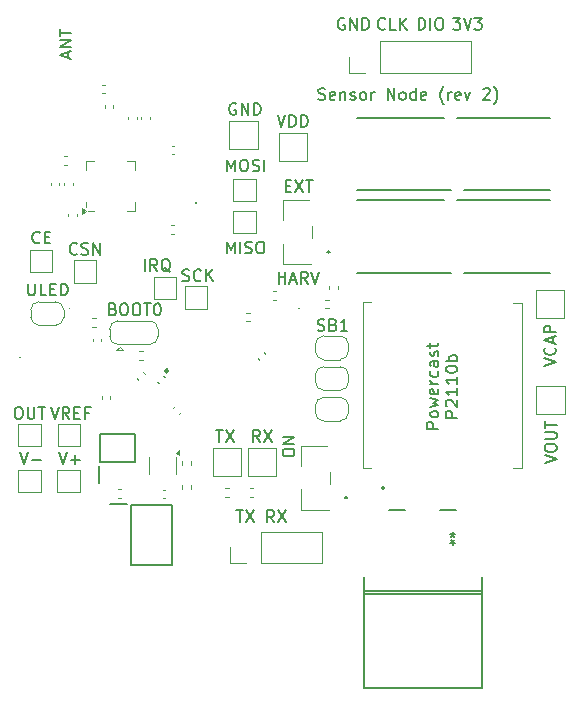
<source format=gbr>
%TF.GenerationSoftware,KiCad,Pcbnew,8.0.2*%
%TF.CreationDate,2024-07-16T14:46:28-07:00*%
%TF.ProjectId,sensor-node-rev-2,73656e73-6f72-42d6-9e6f-64652d726576,rev?*%
%TF.SameCoordinates,Original*%
%TF.FileFunction,Legend,Top*%
%TF.FilePolarity,Positive*%
%FSLAX46Y46*%
G04 Gerber Fmt 4.6, Leading zero omitted, Abs format (unit mm)*
G04 Created by KiCad (PCBNEW 8.0.2) date 2024-07-16 14:46:28*
%MOMM*%
%LPD*%
G01*
G04 APERTURE LIST*
%ADD10C,0.150000*%
%ADD11C,0.120000*%
%ADD12C,0.100000*%
%ADD13C,0.200000*%
%ADD14C,0.250000*%
%ADD15C,0.152400*%
G04 APERTURE END LIST*
D10*
X93336779Y-110169819D02*
X93336779Y-109169819D01*
X93336779Y-109169819D02*
X93670112Y-109884104D01*
X93670112Y-109884104D02*
X94003445Y-109169819D01*
X94003445Y-109169819D02*
X94003445Y-110169819D01*
X94670112Y-109169819D02*
X94860588Y-109169819D01*
X94860588Y-109169819D02*
X94955826Y-109217438D01*
X94955826Y-109217438D02*
X95051064Y-109312676D01*
X95051064Y-109312676D02*
X95098683Y-109503152D01*
X95098683Y-109503152D02*
X95098683Y-109836485D01*
X95098683Y-109836485D02*
X95051064Y-110026961D01*
X95051064Y-110026961D02*
X94955826Y-110122200D01*
X94955826Y-110122200D02*
X94860588Y-110169819D01*
X94860588Y-110169819D02*
X94670112Y-110169819D01*
X94670112Y-110169819D02*
X94574874Y-110122200D01*
X94574874Y-110122200D02*
X94479636Y-110026961D01*
X94479636Y-110026961D02*
X94432017Y-109836485D01*
X94432017Y-109836485D02*
X94432017Y-109503152D01*
X94432017Y-109503152D02*
X94479636Y-109312676D01*
X94479636Y-109312676D02*
X94574874Y-109217438D01*
X94574874Y-109217438D02*
X94670112Y-109169819D01*
X95479636Y-110122200D02*
X95622493Y-110169819D01*
X95622493Y-110169819D02*
X95860588Y-110169819D01*
X95860588Y-110169819D02*
X95955826Y-110122200D01*
X95955826Y-110122200D02*
X96003445Y-110074580D01*
X96003445Y-110074580D02*
X96051064Y-109979342D01*
X96051064Y-109979342D02*
X96051064Y-109884104D01*
X96051064Y-109884104D02*
X96003445Y-109788866D01*
X96003445Y-109788866D02*
X95955826Y-109741247D01*
X95955826Y-109741247D02*
X95860588Y-109693628D01*
X95860588Y-109693628D02*
X95670112Y-109646009D01*
X95670112Y-109646009D02*
X95574874Y-109598390D01*
X95574874Y-109598390D02*
X95527255Y-109550771D01*
X95527255Y-109550771D02*
X95479636Y-109455533D01*
X95479636Y-109455533D02*
X95479636Y-109360295D01*
X95479636Y-109360295D02*
X95527255Y-109265057D01*
X95527255Y-109265057D02*
X95574874Y-109217438D01*
X95574874Y-109217438D02*
X95670112Y-109169819D01*
X95670112Y-109169819D02*
X95908207Y-109169819D01*
X95908207Y-109169819D02*
X96051064Y-109217438D01*
X96479636Y-110169819D02*
X96479636Y-109169819D01*
X94093922Y-138869819D02*
X94665350Y-138869819D01*
X94379636Y-139869819D02*
X94379636Y-138869819D01*
X94903446Y-138869819D02*
X95570112Y-139869819D01*
X95570112Y-138869819D02*
X94903446Y-139869819D01*
X96108207Y-133069819D02*
X95774874Y-132593628D01*
X95536779Y-133069819D02*
X95536779Y-132069819D01*
X95536779Y-132069819D02*
X95917731Y-132069819D01*
X95917731Y-132069819D02*
X96012969Y-132117438D01*
X96012969Y-132117438D02*
X96060588Y-132165057D01*
X96060588Y-132165057D02*
X96108207Y-132260295D01*
X96108207Y-132260295D02*
X96108207Y-132403152D01*
X96108207Y-132403152D02*
X96060588Y-132498390D01*
X96060588Y-132498390D02*
X96012969Y-132546009D01*
X96012969Y-132546009D02*
X95917731Y-132593628D01*
X95917731Y-132593628D02*
X95536779Y-132593628D01*
X96441541Y-132069819D02*
X97108207Y-133069819D01*
X97108207Y-132069819D02*
X96441541Y-133069819D01*
X109536779Y-98169819D02*
X109536779Y-97169819D01*
X109536779Y-97169819D02*
X109774874Y-97169819D01*
X109774874Y-97169819D02*
X109917731Y-97217438D01*
X109917731Y-97217438D02*
X110012969Y-97312676D01*
X110012969Y-97312676D02*
X110060588Y-97407914D01*
X110060588Y-97407914D02*
X110108207Y-97598390D01*
X110108207Y-97598390D02*
X110108207Y-97741247D01*
X110108207Y-97741247D02*
X110060588Y-97931723D01*
X110060588Y-97931723D02*
X110012969Y-98026961D01*
X110012969Y-98026961D02*
X109917731Y-98122200D01*
X109917731Y-98122200D02*
X109774874Y-98169819D01*
X109774874Y-98169819D02*
X109536779Y-98169819D01*
X110536779Y-98169819D02*
X110536779Y-97169819D01*
X111203445Y-97169819D02*
X111393921Y-97169819D01*
X111393921Y-97169819D02*
X111489159Y-97217438D01*
X111489159Y-97217438D02*
X111584397Y-97312676D01*
X111584397Y-97312676D02*
X111632016Y-97503152D01*
X111632016Y-97503152D02*
X111632016Y-97836485D01*
X111632016Y-97836485D02*
X111584397Y-98026961D01*
X111584397Y-98026961D02*
X111489159Y-98122200D01*
X111489159Y-98122200D02*
X111393921Y-98169819D01*
X111393921Y-98169819D02*
X111203445Y-98169819D01*
X111203445Y-98169819D02*
X111108207Y-98122200D01*
X111108207Y-98122200D02*
X111012969Y-98026961D01*
X111012969Y-98026961D02*
X110965350Y-97836485D01*
X110965350Y-97836485D02*
X110965350Y-97503152D01*
X110965350Y-97503152D02*
X111012969Y-97312676D01*
X111012969Y-97312676D02*
X111108207Y-97217438D01*
X111108207Y-97217438D02*
X111203445Y-97169819D01*
X89539160Y-119422200D02*
X89682017Y-119469819D01*
X89682017Y-119469819D02*
X89920112Y-119469819D01*
X89920112Y-119469819D02*
X90015350Y-119422200D01*
X90015350Y-119422200D02*
X90062969Y-119374580D01*
X90062969Y-119374580D02*
X90110588Y-119279342D01*
X90110588Y-119279342D02*
X90110588Y-119184104D01*
X90110588Y-119184104D02*
X90062969Y-119088866D01*
X90062969Y-119088866D02*
X90015350Y-119041247D01*
X90015350Y-119041247D02*
X89920112Y-118993628D01*
X89920112Y-118993628D02*
X89729636Y-118946009D01*
X89729636Y-118946009D02*
X89634398Y-118898390D01*
X89634398Y-118898390D02*
X89586779Y-118850771D01*
X89586779Y-118850771D02*
X89539160Y-118755533D01*
X89539160Y-118755533D02*
X89539160Y-118660295D01*
X89539160Y-118660295D02*
X89586779Y-118565057D01*
X89586779Y-118565057D02*
X89634398Y-118517438D01*
X89634398Y-118517438D02*
X89729636Y-118469819D01*
X89729636Y-118469819D02*
X89967731Y-118469819D01*
X89967731Y-118469819D02*
X90110588Y-118517438D01*
X91110588Y-119374580D02*
X91062969Y-119422200D01*
X91062969Y-119422200D02*
X90920112Y-119469819D01*
X90920112Y-119469819D02*
X90824874Y-119469819D01*
X90824874Y-119469819D02*
X90682017Y-119422200D01*
X90682017Y-119422200D02*
X90586779Y-119326961D01*
X90586779Y-119326961D02*
X90539160Y-119231723D01*
X90539160Y-119231723D02*
X90491541Y-119041247D01*
X90491541Y-119041247D02*
X90491541Y-118898390D01*
X90491541Y-118898390D02*
X90539160Y-118707914D01*
X90539160Y-118707914D02*
X90586779Y-118612676D01*
X90586779Y-118612676D02*
X90682017Y-118517438D01*
X90682017Y-118517438D02*
X90824874Y-118469819D01*
X90824874Y-118469819D02*
X90920112Y-118469819D01*
X90920112Y-118469819D02*
X91062969Y-118517438D01*
X91062969Y-118517438D02*
X91110588Y-118565057D01*
X91539160Y-119469819D02*
X91539160Y-118469819D01*
X92110588Y-119469819D02*
X91682017Y-118898390D01*
X92110588Y-118469819D02*
X91539160Y-119041247D01*
X75793922Y-133969819D02*
X76127255Y-134969819D01*
X76127255Y-134969819D02*
X76460588Y-133969819D01*
X76793922Y-134588866D02*
X77555827Y-134588866D01*
X120219819Y-134856077D02*
X121219819Y-134522744D01*
X121219819Y-134522744D02*
X120219819Y-134189411D01*
X120219819Y-133665601D02*
X120219819Y-133475125D01*
X120219819Y-133475125D02*
X120267438Y-133379887D01*
X120267438Y-133379887D02*
X120362676Y-133284649D01*
X120362676Y-133284649D02*
X120553152Y-133237030D01*
X120553152Y-133237030D02*
X120886485Y-133237030D01*
X120886485Y-133237030D02*
X121076961Y-133284649D01*
X121076961Y-133284649D02*
X121172200Y-133379887D01*
X121172200Y-133379887D02*
X121219819Y-133475125D01*
X121219819Y-133475125D02*
X121219819Y-133665601D01*
X121219819Y-133665601D02*
X121172200Y-133760839D01*
X121172200Y-133760839D02*
X121076961Y-133856077D01*
X121076961Y-133856077D02*
X120886485Y-133903696D01*
X120886485Y-133903696D02*
X120553152Y-133903696D01*
X120553152Y-133903696D02*
X120362676Y-133856077D01*
X120362676Y-133856077D02*
X120267438Y-133760839D01*
X120267438Y-133760839D02*
X120219819Y-133665601D01*
X120219819Y-132808458D02*
X121029342Y-132808458D01*
X121029342Y-132808458D02*
X121124580Y-132760839D01*
X121124580Y-132760839D02*
X121172200Y-132713220D01*
X121172200Y-132713220D02*
X121219819Y-132617982D01*
X121219819Y-132617982D02*
X121219819Y-132427506D01*
X121219819Y-132427506D02*
X121172200Y-132332268D01*
X121172200Y-132332268D02*
X121124580Y-132284649D01*
X121124580Y-132284649D02*
X121029342Y-132237030D01*
X121029342Y-132237030D02*
X120219819Y-132237030D01*
X120219819Y-131903696D02*
X120219819Y-131332268D01*
X121219819Y-131617982D02*
X120219819Y-131617982D01*
X92393922Y-132069819D02*
X92965350Y-132069819D01*
X92679636Y-133069819D02*
X92679636Y-132069819D01*
X93203446Y-132069819D02*
X93870112Y-133069819D01*
X93870112Y-132069819D02*
X93203446Y-133069819D01*
X112441541Y-97169819D02*
X113060588Y-97169819D01*
X113060588Y-97169819D02*
X112727255Y-97550771D01*
X112727255Y-97550771D02*
X112870112Y-97550771D01*
X112870112Y-97550771D02*
X112965350Y-97598390D01*
X112965350Y-97598390D02*
X113012969Y-97646009D01*
X113012969Y-97646009D02*
X113060588Y-97741247D01*
X113060588Y-97741247D02*
X113060588Y-97979342D01*
X113060588Y-97979342D02*
X113012969Y-98074580D01*
X113012969Y-98074580D02*
X112965350Y-98122200D01*
X112965350Y-98122200D02*
X112870112Y-98169819D01*
X112870112Y-98169819D02*
X112584398Y-98169819D01*
X112584398Y-98169819D02*
X112489160Y-98122200D01*
X112489160Y-98122200D02*
X112441541Y-98074580D01*
X113346303Y-97169819D02*
X113679636Y-98169819D01*
X113679636Y-98169819D02*
X114012969Y-97169819D01*
X114251065Y-97169819D02*
X114870112Y-97169819D01*
X114870112Y-97169819D02*
X114536779Y-97550771D01*
X114536779Y-97550771D02*
X114679636Y-97550771D01*
X114679636Y-97550771D02*
X114774874Y-97598390D01*
X114774874Y-97598390D02*
X114822493Y-97646009D01*
X114822493Y-97646009D02*
X114870112Y-97741247D01*
X114870112Y-97741247D02*
X114870112Y-97979342D01*
X114870112Y-97979342D02*
X114822493Y-98074580D01*
X114822493Y-98074580D02*
X114774874Y-98122200D01*
X114774874Y-98122200D02*
X114679636Y-98169819D01*
X114679636Y-98169819D02*
X114393922Y-98169819D01*
X114393922Y-98169819D02*
X114298684Y-98122200D01*
X114298684Y-98122200D02*
X114251065Y-98074580D01*
X98286779Y-111396009D02*
X98620112Y-111396009D01*
X98762969Y-111919819D02*
X98286779Y-111919819D01*
X98286779Y-111919819D02*
X98286779Y-110919819D01*
X98286779Y-110919819D02*
X98762969Y-110919819D01*
X99096303Y-110919819D02*
X99762969Y-111919819D01*
X99762969Y-110919819D02*
X99096303Y-111919819D01*
X100001065Y-110919819D02*
X100572493Y-110919819D01*
X100286779Y-111919819D02*
X100286779Y-110919819D01*
X97308207Y-139869819D02*
X96974874Y-139393628D01*
X96736779Y-139869819D02*
X96736779Y-138869819D01*
X96736779Y-138869819D02*
X97117731Y-138869819D01*
X97117731Y-138869819D02*
X97212969Y-138917438D01*
X97212969Y-138917438D02*
X97260588Y-138965057D01*
X97260588Y-138965057D02*
X97308207Y-139060295D01*
X97308207Y-139060295D02*
X97308207Y-139203152D01*
X97308207Y-139203152D02*
X97260588Y-139298390D01*
X97260588Y-139298390D02*
X97212969Y-139346009D01*
X97212969Y-139346009D02*
X97117731Y-139393628D01*
X97117731Y-139393628D02*
X96736779Y-139393628D01*
X97641541Y-138869819D02*
X98308207Y-139869819D01*
X98308207Y-138869819D02*
X97641541Y-139869819D01*
X120169819Y-126656077D02*
X121169819Y-126322744D01*
X121169819Y-126322744D02*
X120169819Y-125989411D01*
X121074580Y-125084649D02*
X121122200Y-125132268D01*
X121122200Y-125132268D02*
X121169819Y-125275125D01*
X121169819Y-125275125D02*
X121169819Y-125370363D01*
X121169819Y-125370363D02*
X121122200Y-125513220D01*
X121122200Y-125513220D02*
X121026961Y-125608458D01*
X121026961Y-125608458D02*
X120931723Y-125656077D01*
X120931723Y-125656077D02*
X120741247Y-125703696D01*
X120741247Y-125703696D02*
X120598390Y-125703696D01*
X120598390Y-125703696D02*
X120407914Y-125656077D01*
X120407914Y-125656077D02*
X120312676Y-125608458D01*
X120312676Y-125608458D02*
X120217438Y-125513220D01*
X120217438Y-125513220D02*
X120169819Y-125370363D01*
X120169819Y-125370363D02*
X120169819Y-125275125D01*
X120169819Y-125275125D02*
X120217438Y-125132268D01*
X120217438Y-125132268D02*
X120265057Y-125084649D01*
X120884104Y-124703696D02*
X120884104Y-124227506D01*
X121169819Y-124798934D02*
X120169819Y-124465601D01*
X120169819Y-124465601D02*
X121169819Y-124132268D01*
X121169819Y-123798934D02*
X120169819Y-123798934D01*
X120169819Y-123798934D02*
X120169819Y-123417982D01*
X120169819Y-123417982D02*
X120217438Y-123322744D01*
X120217438Y-123322744D02*
X120265057Y-123275125D01*
X120265057Y-123275125D02*
X120360295Y-123227506D01*
X120360295Y-123227506D02*
X120503152Y-123227506D01*
X120503152Y-123227506D02*
X120598390Y-123275125D01*
X120598390Y-123275125D02*
X120646009Y-123322744D01*
X120646009Y-123322744D02*
X120693628Y-123417982D01*
X120693628Y-123417982D02*
X120693628Y-123798934D01*
X80608207Y-117124580D02*
X80560588Y-117172200D01*
X80560588Y-117172200D02*
X80417731Y-117219819D01*
X80417731Y-117219819D02*
X80322493Y-117219819D01*
X80322493Y-117219819D02*
X80179636Y-117172200D01*
X80179636Y-117172200D02*
X80084398Y-117076961D01*
X80084398Y-117076961D02*
X80036779Y-116981723D01*
X80036779Y-116981723D02*
X79989160Y-116791247D01*
X79989160Y-116791247D02*
X79989160Y-116648390D01*
X79989160Y-116648390D02*
X80036779Y-116457914D01*
X80036779Y-116457914D02*
X80084398Y-116362676D01*
X80084398Y-116362676D02*
X80179636Y-116267438D01*
X80179636Y-116267438D02*
X80322493Y-116219819D01*
X80322493Y-116219819D02*
X80417731Y-116219819D01*
X80417731Y-116219819D02*
X80560588Y-116267438D01*
X80560588Y-116267438D02*
X80608207Y-116315057D01*
X80989160Y-117172200D02*
X81132017Y-117219819D01*
X81132017Y-117219819D02*
X81370112Y-117219819D01*
X81370112Y-117219819D02*
X81465350Y-117172200D01*
X81465350Y-117172200D02*
X81512969Y-117124580D01*
X81512969Y-117124580D02*
X81560588Y-117029342D01*
X81560588Y-117029342D02*
X81560588Y-116934104D01*
X81560588Y-116934104D02*
X81512969Y-116838866D01*
X81512969Y-116838866D02*
X81465350Y-116791247D01*
X81465350Y-116791247D02*
X81370112Y-116743628D01*
X81370112Y-116743628D02*
X81179636Y-116696009D01*
X81179636Y-116696009D02*
X81084398Y-116648390D01*
X81084398Y-116648390D02*
X81036779Y-116600771D01*
X81036779Y-116600771D02*
X80989160Y-116505533D01*
X80989160Y-116505533D02*
X80989160Y-116410295D01*
X80989160Y-116410295D02*
X81036779Y-116315057D01*
X81036779Y-116315057D02*
X81084398Y-116267438D01*
X81084398Y-116267438D02*
X81179636Y-116219819D01*
X81179636Y-116219819D02*
X81417731Y-116219819D01*
X81417731Y-116219819D02*
X81560588Y-116267438D01*
X81989160Y-117219819D02*
X81989160Y-116219819D01*
X81989160Y-116219819D02*
X82560588Y-117219819D01*
X82560588Y-117219819D02*
X82560588Y-116219819D01*
X98019819Y-134072744D02*
X98019819Y-133882268D01*
X98019819Y-133882268D02*
X98067438Y-133787030D01*
X98067438Y-133787030D02*
X98162676Y-133691792D01*
X98162676Y-133691792D02*
X98353152Y-133644173D01*
X98353152Y-133644173D02*
X98686485Y-133644173D01*
X98686485Y-133644173D02*
X98876961Y-133691792D01*
X98876961Y-133691792D02*
X98972200Y-133787030D01*
X98972200Y-133787030D02*
X99019819Y-133882268D01*
X99019819Y-133882268D02*
X99019819Y-134072744D01*
X99019819Y-134072744D02*
X98972200Y-134167982D01*
X98972200Y-134167982D02*
X98876961Y-134263220D01*
X98876961Y-134263220D02*
X98686485Y-134310839D01*
X98686485Y-134310839D02*
X98353152Y-134310839D01*
X98353152Y-134310839D02*
X98162676Y-134263220D01*
X98162676Y-134263220D02*
X98067438Y-134167982D01*
X98067438Y-134167982D02*
X98019819Y-134072744D01*
X99019819Y-133215601D02*
X98019819Y-133215601D01*
X98019819Y-133215601D02*
X99019819Y-132644173D01*
X99019819Y-132644173D02*
X98019819Y-132644173D01*
X75577255Y-130119819D02*
X75767731Y-130119819D01*
X75767731Y-130119819D02*
X75862969Y-130167438D01*
X75862969Y-130167438D02*
X75958207Y-130262676D01*
X75958207Y-130262676D02*
X76005826Y-130453152D01*
X76005826Y-130453152D02*
X76005826Y-130786485D01*
X76005826Y-130786485D02*
X75958207Y-130976961D01*
X75958207Y-130976961D02*
X75862969Y-131072200D01*
X75862969Y-131072200D02*
X75767731Y-131119819D01*
X75767731Y-131119819D02*
X75577255Y-131119819D01*
X75577255Y-131119819D02*
X75482017Y-131072200D01*
X75482017Y-131072200D02*
X75386779Y-130976961D01*
X75386779Y-130976961D02*
X75339160Y-130786485D01*
X75339160Y-130786485D02*
X75339160Y-130453152D01*
X75339160Y-130453152D02*
X75386779Y-130262676D01*
X75386779Y-130262676D02*
X75482017Y-130167438D01*
X75482017Y-130167438D02*
X75577255Y-130119819D01*
X76434398Y-130119819D02*
X76434398Y-130929342D01*
X76434398Y-130929342D02*
X76482017Y-131024580D01*
X76482017Y-131024580D02*
X76529636Y-131072200D01*
X76529636Y-131072200D02*
X76624874Y-131119819D01*
X76624874Y-131119819D02*
X76815350Y-131119819D01*
X76815350Y-131119819D02*
X76910588Y-131072200D01*
X76910588Y-131072200D02*
X76958207Y-131024580D01*
X76958207Y-131024580D02*
X77005826Y-130929342D01*
X77005826Y-130929342D02*
X77005826Y-130119819D01*
X77339160Y-130119819D02*
X77910588Y-130119819D01*
X77624874Y-131119819D02*
X77624874Y-130119819D01*
X77458207Y-116174580D02*
X77410588Y-116222200D01*
X77410588Y-116222200D02*
X77267731Y-116269819D01*
X77267731Y-116269819D02*
X77172493Y-116269819D01*
X77172493Y-116269819D02*
X77029636Y-116222200D01*
X77029636Y-116222200D02*
X76934398Y-116126961D01*
X76934398Y-116126961D02*
X76886779Y-116031723D01*
X76886779Y-116031723D02*
X76839160Y-115841247D01*
X76839160Y-115841247D02*
X76839160Y-115698390D01*
X76839160Y-115698390D02*
X76886779Y-115507914D01*
X76886779Y-115507914D02*
X76934398Y-115412676D01*
X76934398Y-115412676D02*
X77029636Y-115317438D01*
X77029636Y-115317438D02*
X77172493Y-115269819D01*
X77172493Y-115269819D02*
X77267731Y-115269819D01*
X77267731Y-115269819D02*
X77410588Y-115317438D01*
X77410588Y-115317438D02*
X77458207Y-115365057D01*
X77886779Y-115746009D02*
X78220112Y-115746009D01*
X78362969Y-116269819D02*
X77886779Y-116269819D01*
X77886779Y-116269819D02*
X77886779Y-115269819D01*
X77886779Y-115269819D02*
X78362969Y-115269819D01*
X86356779Y-118589819D02*
X86356779Y-117589819D01*
X87404397Y-118589819D02*
X87071064Y-118113628D01*
X86832969Y-118589819D02*
X86832969Y-117589819D01*
X86832969Y-117589819D02*
X87213921Y-117589819D01*
X87213921Y-117589819D02*
X87309159Y-117637438D01*
X87309159Y-117637438D02*
X87356778Y-117685057D01*
X87356778Y-117685057D02*
X87404397Y-117780295D01*
X87404397Y-117780295D02*
X87404397Y-117923152D01*
X87404397Y-117923152D02*
X87356778Y-118018390D01*
X87356778Y-118018390D02*
X87309159Y-118066009D01*
X87309159Y-118066009D02*
X87213921Y-118113628D01*
X87213921Y-118113628D02*
X86832969Y-118113628D01*
X88499635Y-118685057D02*
X88404397Y-118637438D01*
X88404397Y-118637438D02*
X88309159Y-118542200D01*
X88309159Y-118542200D02*
X88166302Y-118399342D01*
X88166302Y-118399342D02*
X88071064Y-118351723D01*
X88071064Y-118351723D02*
X87975826Y-118351723D01*
X88023445Y-118589819D02*
X87928207Y-118542200D01*
X87928207Y-118542200D02*
X87832969Y-118446961D01*
X87832969Y-118446961D02*
X87785350Y-118256485D01*
X87785350Y-118256485D02*
X87785350Y-117923152D01*
X87785350Y-117923152D02*
X87832969Y-117732676D01*
X87832969Y-117732676D02*
X87928207Y-117637438D01*
X87928207Y-117637438D02*
X88023445Y-117589819D01*
X88023445Y-117589819D02*
X88213921Y-117589819D01*
X88213921Y-117589819D02*
X88309159Y-117637438D01*
X88309159Y-117637438D02*
X88404397Y-117732676D01*
X88404397Y-117732676D02*
X88452016Y-117923152D01*
X88452016Y-117923152D02*
X88452016Y-118256485D01*
X88452016Y-118256485D02*
X88404397Y-118446961D01*
X88404397Y-118446961D02*
X88309159Y-118542200D01*
X88309159Y-118542200D02*
X88213921Y-118589819D01*
X88213921Y-118589819D02*
X88023445Y-118589819D01*
X94070588Y-104447438D02*
X93975350Y-104399819D01*
X93975350Y-104399819D02*
X93832493Y-104399819D01*
X93832493Y-104399819D02*
X93689636Y-104447438D01*
X93689636Y-104447438D02*
X93594398Y-104542676D01*
X93594398Y-104542676D02*
X93546779Y-104637914D01*
X93546779Y-104637914D02*
X93499160Y-104828390D01*
X93499160Y-104828390D02*
X93499160Y-104971247D01*
X93499160Y-104971247D02*
X93546779Y-105161723D01*
X93546779Y-105161723D02*
X93594398Y-105256961D01*
X93594398Y-105256961D02*
X93689636Y-105352200D01*
X93689636Y-105352200D02*
X93832493Y-105399819D01*
X93832493Y-105399819D02*
X93927731Y-105399819D01*
X93927731Y-105399819D02*
X94070588Y-105352200D01*
X94070588Y-105352200D02*
X94118207Y-105304580D01*
X94118207Y-105304580D02*
X94118207Y-104971247D01*
X94118207Y-104971247D02*
X93927731Y-104971247D01*
X94546779Y-105399819D02*
X94546779Y-104399819D01*
X94546779Y-104399819D02*
X95118207Y-105399819D01*
X95118207Y-105399819D02*
X95118207Y-104399819D01*
X95594398Y-105399819D02*
X95594398Y-104399819D01*
X95594398Y-104399819D02*
X95832493Y-104399819D01*
X95832493Y-104399819D02*
X95975350Y-104447438D01*
X95975350Y-104447438D02*
X96070588Y-104542676D01*
X96070588Y-104542676D02*
X96118207Y-104637914D01*
X96118207Y-104637914D02*
X96165826Y-104828390D01*
X96165826Y-104828390D02*
X96165826Y-104971247D01*
X96165826Y-104971247D02*
X96118207Y-105161723D01*
X96118207Y-105161723D02*
X96070588Y-105256961D01*
X96070588Y-105256961D02*
X95975350Y-105352200D01*
X95975350Y-105352200D02*
X95832493Y-105399819D01*
X95832493Y-105399819D02*
X95594398Y-105399819D01*
X76486779Y-119669819D02*
X76486779Y-120479342D01*
X76486779Y-120479342D02*
X76534398Y-120574580D01*
X76534398Y-120574580D02*
X76582017Y-120622200D01*
X76582017Y-120622200D02*
X76677255Y-120669819D01*
X76677255Y-120669819D02*
X76867731Y-120669819D01*
X76867731Y-120669819D02*
X76962969Y-120622200D01*
X76962969Y-120622200D02*
X77010588Y-120574580D01*
X77010588Y-120574580D02*
X77058207Y-120479342D01*
X77058207Y-120479342D02*
X77058207Y-119669819D01*
X78010588Y-120669819D02*
X77534398Y-120669819D01*
X77534398Y-120669819D02*
X77534398Y-119669819D01*
X78343922Y-120146009D02*
X78677255Y-120146009D01*
X78820112Y-120669819D02*
X78343922Y-120669819D01*
X78343922Y-120669819D02*
X78343922Y-119669819D01*
X78343922Y-119669819D02*
X78820112Y-119669819D01*
X79248684Y-120669819D02*
X79248684Y-119669819D01*
X79248684Y-119669819D02*
X79486779Y-119669819D01*
X79486779Y-119669819D02*
X79629636Y-119717438D01*
X79629636Y-119717438D02*
X79724874Y-119812676D01*
X79724874Y-119812676D02*
X79772493Y-119907914D01*
X79772493Y-119907914D02*
X79820112Y-120098390D01*
X79820112Y-120098390D02*
X79820112Y-120241247D01*
X79820112Y-120241247D02*
X79772493Y-120431723D01*
X79772493Y-120431723D02*
X79724874Y-120526961D01*
X79724874Y-120526961D02*
X79629636Y-120622200D01*
X79629636Y-120622200D02*
X79486779Y-120669819D01*
X79486779Y-120669819D02*
X79248684Y-120669819D01*
X106708207Y-98074580D02*
X106660588Y-98122200D01*
X106660588Y-98122200D02*
X106517731Y-98169819D01*
X106517731Y-98169819D02*
X106422493Y-98169819D01*
X106422493Y-98169819D02*
X106279636Y-98122200D01*
X106279636Y-98122200D02*
X106184398Y-98026961D01*
X106184398Y-98026961D02*
X106136779Y-97931723D01*
X106136779Y-97931723D02*
X106089160Y-97741247D01*
X106089160Y-97741247D02*
X106089160Y-97598390D01*
X106089160Y-97598390D02*
X106136779Y-97407914D01*
X106136779Y-97407914D02*
X106184398Y-97312676D01*
X106184398Y-97312676D02*
X106279636Y-97217438D01*
X106279636Y-97217438D02*
X106422493Y-97169819D01*
X106422493Y-97169819D02*
X106517731Y-97169819D01*
X106517731Y-97169819D02*
X106660588Y-97217438D01*
X106660588Y-97217438D02*
X106708207Y-97265057D01*
X107612969Y-98169819D02*
X107136779Y-98169819D01*
X107136779Y-98169819D02*
X107136779Y-97169819D01*
X107946303Y-98169819D02*
X107946303Y-97169819D01*
X108517731Y-98169819D02*
X108089160Y-97598390D01*
X108517731Y-97169819D02*
X107946303Y-97741247D01*
X93286779Y-117119819D02*
X93286779Y-116119819D01*
X93286779Y-116119819D02*
X93620112Y-116834104D01*
X93620112Y-116834104D02*
X93953445Y-116119819D01*
X93953445Y-116119819D02*
X93953445Y-117119819D01*
X94429636Y-117119819D02*
X94429636Y-116119819D01*
X94858207Y-117072200D02*
X95001064Y-117119819D01*
X95001064Y-117119819D02*
X95239159Y-117119819D01*
X95239159Y-117119819D02*
X95334397Y-117072200D01*
X95334397Y-117072200D02*
X95382016Y-117024580D01*
X95382016Y-117024580D02*
X95429635Y-116929342D01*
X95429635Y-116929342D02*
X95429635Y-116834104D01*
X95429635Y-116834104D02*
X95382016Y-116738866D01*
X95382016Y-116738866D02*
X95334397Y-116691247D01*
X95334397Y-116691247D02*
X95239159Y-116643628D01*
X95239159Y-116643628D02*
X95048683Y-116596009D01*
X95048683Y-116596009D02*
X94953445Y-116548390D01*
X94953445Y-116548390D02*
X94905826Y-116500771D01*
X94905826Y-116500771D02*
X94858207Y-116405533D01*
X94858207Y-116405533D02*
X94858207Y-116310295D01*
X94858207Y-116310295D02*
X94905826Y-116215057D01*
X94905826Y-116215057D02*
X94953445Y-116167438D01*
X94953445Y-116167438D02*
X95048683Y-116119819D01*
X95048683Y-116119819D02*
X95286778Y-116119819D01*
X95286778Y-116119819D02*
X95429635Y-116167438D01*
X96048683Y-116119819D02*
X96239159Y-116119819D01*
X96239159Y-116119819D02*
X96334397Y-116167438D01*
X96334397Y-116167438D02*
X96429635Y-116262676D01*
X96429635Y-116262676D02*
X96477254Y-116453152D01*
X96477254Y-116453152D02*
X96477254Y-116786485D01*
X96477254Y-116786485D02*
X96429635Y-116976961D01*
X96429635Y-116976961D02*
X96334397Y-117072200D01*
X96334397Y-117072200D02*
X96239159Y-117119819D01*
X96239159Y-117119819D02*
X96048683Y-117119819D01*
X96048683Y-117119819D02*
X95953445Y-117072200D01*
X95953445Y-117072200D02*
X95858207Y-116976961D01*
X95858207Y-116976961D02*
X95810588Y-116786485D01*
X95810588Y-116786485D02*
X95810588Y-116453152D01*
X95810588Y-116453152D02*
X95858207Y-116262676D01*
X95858207Y-116262676D02*
X95953445Y-116167438D01*
X95953445Y-116167438D02*
X96048683Y-116119819D01*
X79093922Y-133969819D02*
X79427255Y-134969819D01*
X79427255Y-134969819D02*
X79760588Y-133969819D01*
X80093922Y-134588866D02*
X80855827Y-134588866D01*
X80474874Y-134969819D02*
X80474874Y-134207914D01*
X101054760Y-104072200D02*
X101197617Y-104119819D01*
X101197617Y-104119819D02*
X101435712Y-104119819D01*
X101435712Y-104119819D02*
X101530950Y-104072200D01*
X101530950Y-104072200D02*
X101578569Y-104024580D01*
X101578569Y-104024580D02*
X101626188Y-103929342D01*
X101626188Y-103929342D02*
X101626188Y-103834104D01*
X101626188Y-103834104D02*
X101578569Y-103738866D01*
X101578569Y-103738866D02*
X101530950Y-103691247D01*
X101530950Y-103691247D02*
X101435712Y-103643628D01*
X101435712Y-103643628D02*
X101245236Y-103596009D01*
X101245236Y-103596009D02*
X101149998Y-103548390D01*
X101149998Y-103548390D02*
X101102379Y-103500771D01*
X101102379Y-103500771D02*
X101054760Y-103405533D01*
X101054760Y-103405533D02*
X101054760Y-103310295D01*
X101054760Y-103310295D02*
X101102379Y-103215057D01*
X101102379Y-103215057D02*
X101149998Y-103167438D01*
X101149998Y-103167438D02*
X101245236Y-103119819D01*
X101245236Y-103119819D02*
X101483331Y-103119819D01*
X101483331Y-103119819D02*
X101626188Y-103167438D01*
X102435712Y-104072200D02*
X102340474Y-104119819D01*
X102340474Y-104119819D02*
X102149998Y-104119819D01*
X102149998Y-104119819D02*
X102054760Y-104072200D01*
X102054760Y-104072200D02*
X102007141Y-103976961D01*
X102007141Y-103976961D02*
X102007141Y-103596009D01*
X102007141Y-103596009D02*
X102054760Y-103500771D01*
X102054760Y-103500771D02*
X102149998Y-103453152D01*
X102149998Y-103453152D02*
X102340474Y-103453152D01*
X102340474Y-103453152D02*
X102435712Y-103500771D01*
X102435712Y-103500771D02*
X102483331Y-103596009D01*
X102483331Y-103596009D02*
X102483331Y-103691247D01*
X102483331Y-103691247D02*
X102007141Y-103786485D01*
X102911903Y-103453152D02*
X102911903Y-104119819D01*
X102911903Y-103548390D02*
X102959522Y-103500771D01*
X102959522Y-103500771D02*
X103054760Y-103453152D01*
X103054760Y-103453152D02*
X103197617Y-103453152D01*
X103197617Y-103453152D02*
X103292855Y-103500771D01*
X103292855Y-103500771D02*
X103340474Y-103596009D01*
X103340474Y-103596009D02*
X103340474Y-104119819D01*
X103769046Y-104072200D02*
X103864284Y-104119819D01*
X103864284Y-104119819D02*
X104054760Y-104119819D01*
X104054760Y-104119819D02*
X104149998Y-104072200D01*
X104149998Y-104072200D02*
X104197617Y-103976961D01*
X104197617Y-103976961D02*
X104197617Y-103929342D01*
X104197617Y-103929342D02*
X104149998Y-103834104D01*
X104149998Y-103834104D02*
X104054760Y-103786485D01*
X104054760Y-103786485D02*
X103911903Y-103786485D01*
X103911903Y-103786485D02*
X103816665Y-103738866D01*
X103816665Y-103738866D02*
X103769046Y-103643628D01*
X103769046Y-103643628D02*
X103769046Y-103596009D01*
X103769046Y-103596009D02*
X103816665Y-103500771D01*
X103816665Y-103500771D02*
X103911903Y-103453152D01*
X103911903Y-103453152D02*
X104054760Y-103453152D01*
X104054760Y-103453152D02*
X104149998Y-103500771D01*
X104769046Y-104119819D02*
X104673808Y-104072200D01*
X104673808Y-104072200D02*
X104626189Y-104024580D01*
X104626189Y-104024580D02*
X104578570Y-103929342D01*
X104578570Y-103929342D02*
X104578570Y-103643628D01*
X104578570Y-103643628D02*
X104626189Y-103548390D01*
X104626189Y-103548390D02*
X104673808Y-103500771D01*
X104673808Y-103500771D02*
X104769046Y-103453152D01*
X104769046Y-103453152D02*
X104911903Y-103453152D01*
X104911903Y-103453152D02*
X105007141Y-103500771D01*
X105007141Y-103500771D02*
X105054760Y-103548390D01*
X105054760Y-103548390D02*
X105102379Y-103643628D01*
X105102379Y-103643628D02*
X105102379Y-103929342D01*
X105102379Y-103929342D02*
X105054760Y-104024580D01*
X105054760Y-104024580D02*
X105007141Y-104072200D01*
X105007141Y-104072200D02*
X104911903Y-104119819D01*
X104911903Y-104119819D02*
X104769046Y-104119819D01*
X105530951Y-104119819D02*
X105530951Y-103453152D01*
X105530951Y-103643628D02*
X105578570Y-103548390D01*
X105578570Y-103548390D02*
X105626189Y-103500771D01*
X105626189Y-103500771D02*
X105721427Y-103453152D01*
X105721427Y-103453152D02*
X105816665Y-103453152D01*
X106911904Y-104119819D02*
X106911904Y-103119819D01*
X106911904Y-103119819D02*
X107483332Y-104119819D01*
X107483332Y-104119819D02*
X107483332Y-103119819D01*
X108102380Y-104119819D02*
X108007142Y-104072200D01*
X108007142Y-104072200D02*
X107959523Y-104024580D01*
X107959523Y-104024580D02*
X107911904Y-103929342D01*
X107911904Y-103929342D02*
X107911904Y-103643628D01*
X107911904Y-103643628D02*
X107959523Y-103548390D01*
X107959523Y-103548390D02*
X108007142Y-103500771D01*
X108007142Y-103500771D02*
X108102380Y-103453152D01*
X108102380Y-103453152D02*
X108245237Y-103453152D01*
X108245237Y-103453152D02*
X108340475Y-103500771D01*
X108340475Y-103500771D02*
X108388094Y-103548390D01*
X108388094Y-103548390D02*
X108435713Y-103643628D01*
X108435713Y-103643628D02*
X108435713Y-103929342D01*
X108435713Y-103929342D02*
X108388094Y-104024580D01*
X108388094Y-104024580D02*
X108340475Y-104072200D01*
X108340475Y-104072200D02*
X108245237Y-104119819D01*
X108245237Y-104119819D02*
X108102380Y-104119819D01*
X109292856Y-104119819D02*
X109292856Y-103119819D01*
X109292856Y-104072200D02*
X109197618Y-104119819D01*
X109197618Y-104119819D02*
X109007142Y-104119819D01*
X109007142Y-104119819D02*
X108911904Y-104072200D01*
X108911904Y-104072200D02*
X108864285Y-104024580D01*
X108864285Y-104024580D02*
X108816666Y-103929342D01*
X108816666Y-103929342D02*
X108816666Y-103643628D01*
X108816666Y-103643628D02*
X108864285Y-103548390D01*
X108864285Y-103548390D02*
X108911904Y-103500771D01*
X108911904Y-103500771D02*
X109007142Y-103453152D01*
X109007142Y-103453152D02*
X109197618Y-103453152D01*
X109197618Y-103453152D02*
X109292856Y-103500771D01*
X110149999Y-104072200D02*
X110054761Y-104119819D01*
X110054761Y-104119819D02*
X109864285Y-104119819D01*
X109864285Y-104119819D02*
X109769047Y-104072200D01*
X109769047Y-104072200D02*
X109721428Y-103976961D01*
X109721428Y-103976961D02*
X109721428Y-103596009D01*
X109721428Y-103596009D02*
X109769047Y-103500771D01*
X109769047Y-103500771D02*
X109864285Y-103453152D01*
X109864285Y-103453152D02*
X110054761Y-103453152D01*
X110054761Y-103453152D02*
X110149999Y-103500771D01*
X110149999Y-103500771D02*
X110197618Y-103596009D01*
X110197618Y-103596009D02*
X110197618Y-103691247D01*
X110197618Y-103691247D02*
X109721428Y-103786485D01*
X111673809Y-104500771D02*
X111626190Y-104453152D01*
X111626190Y-104453152D02*
X111530952Y-104310295D01*
X111530952Y-104310295D02*
X111483333Y-104215057D01*
X111483333Y-104215057D02*
X111435714Y-104072200D01*
X111435714Y-104072200D02*
X111388095Y-103834104D01*
X111388095Y-103834104D02*
X111388095Y-103643628D01*
X111388095Y-103643628D02*
X111435714Y-103405533D01*
X111435714Y-103405533D02*
X111483333Y-103262676D01*
X111483333Y-103262676D02*
X111530952Y-103167438D01*
X111530952Y-103167438D02*
X111626190Y-103024580D01*
X111626190Y-103024580D02*
X111673809Y-102976961D01*
X112054762Y-104119819D02*
X112054762Y-103453152D01*
X112054762Y-103643628D02*
X112102381Y-103548390D01*
X112102381Y-103548390D02*
X112150000Y-103500771D01*
X112150000Y-103500771D02*
X112245238Y-103453152D01*
X112245238Y-103453152D02*
X112340476Y-103453152D01*
X113054762Y-104072200D02*
X112959524Y-104119819D01*
X112959524Y-104119819D02*
X112769048Y-104119819D01*
X112769048Y-104119819D02*
X112673810Y-104072200D01*
X112673810Y-104072200D02*
X112626191Y-103976961D01*
X112626191Y-103976961D02*
X112626191Y-103596009D01*
X112626191Y-103596009D02*
X112673810Y-103500771D01*
X112673810Y-103500771D02*
X112769048Y-103453152D01*
X112769048Y-103453152D02*
X112959524Y-103453152D01*
X112959524Y-103453152D02*
X113054762Y-103500771D01*
X113054762Y-103500771D02*
X113102381Y-103596009D01*
X113102381Y-103596009D02*
X113102381Y-103691247D01*
X113102381Y-103691247D02*
X112626191Y-103786485D01*
X113435715Y-103453152D02*
X113673810Y-104119819D01*
X113673810Y-104119819D02*
X113911905Y-103453152D01*
X115007144Y-103215057D02*
X115054763Y-103167438D01*
X115054763Y-103167438D02*
X115150001Y-103119819D01*
X115150001Y-103119819D02*
X115388096Y-103119819D01*
X115388096Y-103119819D02*
X115483334Y-103167438D01*
X115483334Y-103167438D02*
X115530953Y-103215057D01*
X115530953Y-103215057D02*
X115578572Y-103310295D01*
X115578572Y-103310295D02*
X115578572Y-103405533D01*
X115578572Y-103405533D02*
X115530953Y-103548390D01*
X115530953Y-103548390D02*
X114959525Y-104119819D01*
X114959525Y-104119819D02*
X115578572Y-104119819D01*
X115911906Y-104500771D02*
X115959525Y-104453152D01*
X115959525Y-104453152D02*
X116054763Y-104310295D01*
X116054763Y-104310295D02*
X116102382Y-104215057D01*
X116102382Y-104215057D02*
X116150001Y-104072200D01*
X116150001Y-104072200D02*
X116197620Y-103834104D01*
X116197620Y-103834104D02*
X116197620Y-103643628D01*
X116197620Y-103643628D02*
X116150001Y-103405533D01*
X116150001Y-103405533D02*
X116102382Y-103262676D01*
X116102382Y-103262676D02*
X116054763Y-103167438D01*
X116054763Y-103167438D02*
X115959525Y-103024580D01*
X115959525Y-103024580D02*
X115911906Y-102976961D01*
X100989160Y-123622200D02*
X101132017Y-123669819D01*
X101132017Y-123669819D02*
X101370112Y-123669819D01*
X101370112Y-123669819D02*
X101465350Y-123622200D01*
X101465350Y-123622200D02*
X101512969Y-123574580D01*
X101512969Y-123574580D02*
X101560588Y-123479342D01*
X101560588Y-123479342D02*
X101560588Y-123384104D01*
X101560588Y-123384104D02*
X101512969Y-123288866D01*
X101512969Y-123288866D02*
X101465350Y-123241247D01*
X101465350Y-123241247D02*
X101370112Y-123193628D01*
X101370112Y-123193628D02*
X101179636Y-123146009D01*
X101179636Y-123146009D02*
X101084398Y-123098390D01*
X101084398Y-123098390D02*
X101036779Y-123050771D01*
X101036779Y-123050771D02*
X100989160Y-122955533D01*
X100989160Y-122955533D02*
X100989160Y-122860295D01*
X100989160Y-122860295D02*
X101036779Y-122765057D01*
X101036779Y-122765057D02*
X101084398Y-122717438D01*
X101084398Y-122717438D02*
X101179636Y-122669819D01*
X101179636Y-122669819D02*
X101417731Y-122669819D01*
X101417731Y-122669819D02*
X101560588Y-122717438D01*
X102322493Y-123146009D02*
X102465350Y-123193628D01*
X102465350Y-123193628D02*
X102512969Y-123241247D01*
X102512969Y-123241247D02*
X102560588Y-123336485D01*
X102560588Y-123336485D02*
X102560588Y-123479342D01*
X102560588Y-123479342D02*
X102512969Y-123574580D01*
X102512969Y-123574580D02*
X102465350Y-123622200D01*
X102465350Y-123622200D02*
X102370112Y-123669819D01*
X102370112Y-123669819D02*
X101989160Y-123669819D01*
X101989160Y-123669819D02*
X101989160Y-122669819D01*
X101989160Y-122669819D02*
X102322493Y-122669819D01*
X102322493Y-122669819D02*
X102417731Y-122717438D01*
X102417731Y-122717438D02*
X102465350Y-122765057D01*
X102465350Y-122765057D02*
X102512969Y-122860295D01*
X102512969Y-122860295D02*
X102512969Y-122955533D01*
X102512969Y-122955533D02*
X102465350Y-123050771D01*
X102465350Y-123050771D02*
X102417731Y-123098390D01*
X102417731Y-123098390D02*
X102322493Y-123146009D01*
X102322493Y-123146009D02*
X101989160Y-123146009D01*
X103512969Y-123669819D02*
X102941541Y-123669819D01*
X103227255Y-123669819D02*
X103227255Y-122669819D01*
X103227255Y-122669819D02*
X103132017Y-122812676D01*
X103132017Y-122812676D02*
X103036779Y-122907914D01*
X103036779Y-122907914D02*
X102941541Y-122955533D01*
X83650112Y-121826009D02*
X83792969Y-121873628D01*
X83792969Y-121873628D02*
X83840588Y-121921247D01*
X83840588Y-121921247D02*
X83888207Y-122016485D01*
X83888207Y-122016485D02*
X83888207Y-122159342D01*
X83888207Y-122159342D02*
X83840588Y-122254580D01*
X83840588Y-122254580D02*
X83792969Y-122302200D01*
X83792969Y-122302200D02*
X83697731Y-122349819D01*
X83697731Y-122349819D02*
X83316779Y-122349819D01*
X83316779Y-122349819D02*
X83316779Y-121349819D01*
X83316779Y-121349819D02*
X83650112Y-121349819D01*
X83650112Y-121349819D02*
X83745350Y-121397438D01*
X83745350Y-121397438D02*
X83792969Y-121445057D01*
X83792969Y-121445057D02*
X83840588Y-121540295D01*
X83840588Y-121540295D02*
X83840588Y-121635533D01*
X83840588Y-121635533D02*
X83792969Y-121730771D01*
X83792969Y-121730771D02*
X83745350Y-121778390D01*
X83745350Y-121778390D02*
X83650112Y-121826009D01*
X83650112Y-121826009D02*
X83316779Y-121826009D01*
X84507255Y-121349819D02*
X84697731Y-121349819D01*
X84697731Y-121349819D02*
X84792969Y-121397438D01*
X84792969Y-121397438D02*
X84888207Y-121492676D01*
X84888207Y-121492676D02*
X84935826Y-121683152D01*
X84935826Y-121683152D02*
X84935826Y-122016485D01*
X84935826Y-122016485D02*
X84888207Y-122206961D01*
X84888207Y-122206961D02*
X84792969Y-122302200D01*
X84792969Y-122302200D02*
X84697731Y-122349819D01*
X84697731Y-122349819D02*
X84507255Y-122349819D01*
X84507255Y-122349819D02*
X84412017Y-122302200D01*
X84412017Y-122302200D02*
X84316779Y-122206961D01*
X84316779Y-122206961D02*
X84269160Y-122016485D01*
X84269160Y-122016485D02*
X84269160Y-121683152D01*
X84269160Y-121683152D02*
X84316779Y-121492676D01*
X84316779Y-121492676D02*
X84412017Y-121397438D01*
X84412017Y-121397438D02*
X84507255Y-121349819D01*
X85554874Y-121349819D02*
X85745350Y-121349819D01*
X85745350Y-121349819D02*
X85840588Y-121397438D01*
X85840588Y-121397438D02*
X85935826Y-121492676D01*
X85935826Y-121492676D02*
X85983445Y-121683152D01*
X85983445Y-121683152D02*
X85983445Y-122016485D01*
X85983445Y-122016485D02*
X85935826Y-122206961D01*
X85935826Y-122206961D02*
X85840588Y-122302200D01*
X85840588Y-122302200D02*
X85745350Y-122349819D01*
X85745350Y-122349819D02*
X85554874Y-122349819D01*
X85554874Y-122349819D02*
X85459636Y-122302200D01*
X85459636Y-122302200D02*
X85364398Y-122206961D01*
X85364398Y-122206961D02*
X85316779Y-122016485D01*
X85316779Y-122016485D02*
X85316779Y-121683152D01*
X85316779Y-121683152D02*
X85364398Y-121492676D01*
X85364398Y-121492676D02*
X85459636Y-121397438D01*
X85459636Y-121397438D02*
X85554874Y-121349819D01*
X86269160Y-121349819D02*
X86840588Y-121349819D01*
X86554874Y-122349819D02*
X86554874Y-121349819D01*
X87364398Y-121349819D02*
X87459636Y-121349819D01*
X87459636Y-121349819D02*
X87554874Y-121397438D01*
X87554874Y-121397438D02*
X87602493Y-121445057D01*
X87602493Y-121445057D02*
X87650112Y-121540295D01*
X87650112Y-121540295D02*
X87697731Y-121730771D01*
X87697731Y-121730771D02*
X87697731Y-121968866D01*
X87697731Y-121968866D02*
X87650112Y-122159342D01*
X87650112Y-122159342D02*
X87602493Y-122254580D01*
X87602493Y-122254580D02*
X87554874Y-122302200D01*
X87554874Y-122302200D02*
X87459636Y-122349819D01*
X87459636Y-122349819D02*
X87364398Y-122349819D01*
X87364398Y-122349819D02*
X87269160Y-122302200D01*
X87269160Y-122302200D02*
X87221541Y-122254580D01*
X87221541Y-122254580D02*
X87173922Y-122159342D01*
X87173922Y-122159342D02*
X87126303Y-121968866D01*
X87126303Y-121968866D02*
X87126303Y-121730771D01*
X87126303Y-121730771D02*
X87173922Y-121540295D01*
X87173922Y-121540295D02*
X87221541Y-121445057D01*
X87221541Y-121445057D02*
X87269160Y-121397438D01*
X87269160Y-121397438D02*
X87364398Y-121349819D01*
X78393922Y-130119819D02*
X78727255Y-131119819D01*
X78727255Y-131119819D02*
X79060588Y-130119819D01*
X79965350Y-131119819D02*
X79632017Y-130643628D01*
X79393922Y-131119819D02*
X79393922Y-130119819D01*
X79393922Y-130119819D02*
X79774874Y-130119819D01*
X79774874Y-130119819D02*
X79870112Y-130167438D01*
X79870112Y-130167438D02*
X79917731Y-130215057D01*
X79917731Y-130215057D02*
X79965350Y-130310295D01*
X79965350Y-130310295D02*
X79965350Y-130453152D01*
X79965350Y-130453152D02*
X79917731Y-130548390D01*
X79917731Y-130548390D02*
X79870112Y-130596009D01*
X79870112Y-130596009D02*
X79774874Y-130643628D01*
X79774874Y-130643628D02*
X79393922Y-130643628D01*
X80393922Y-130596009D02*
X80727255Y-130596009D01*
X80870112Y-131119819D02*
X80393922Y-131119819D01*
X80393922Y-131119819D02*
X80393922Y-130119819D01*
X80393922Y-130119819D02*
X80870112Y-130119819D01*
X81632017Y-130596009D02*
X81298684Y-130596009D01*
X81298684Y-131119819D02*
X81298684Y-130119819D01*
X81298684Y-130119819D02*
X81774874Y-130119819D01*
X111209875Y-131947619D02*
X110209875Y-131947619D01*
X110209875Y-131947619D02*
X110209875Y-131566667D01*
X110209875Y-131566667D02*
X110257494Y-131471429D01*
X110257494Y-131471429D02*
X110305113Y-131423810D01*
X110305113Y-131423810D02*
X110400351Y-131376191D01*
X110400351Y-131376191D02*
X110543208Y-131376191D01*
X110543208Y-131376191D02*
X110638446Y-131423810D01*
X110638446Y-131423810D02*
X110686065Y-131471429D01*
X110686065Y-131471429D02*
X110733684Y-131566667D01*
X110733684Y-131566667D02*
X110733684Y-131947619D01*
X111209875Y-130804762D02*
X111162256Y-130900000D01*
X111162256Y-130900000D02*
X111114636Y-130947619D01*
X111114636Y-130947619D02*
X111019398Y-130995238D01*
X111019398Y-130995238D02*
X110733684Y-130995238D01*
X110733684Y-130995238D02*
X110638446Y-130947619D01*
X110638446Y-130947619D02*
X110590827Y-130900000D01*
X110590827Y-130900000D02*
X110543208Y-130804762D01*
X110543208Y-130804762D02*
X110543208Y-130661905D01*
X110543208Y-130661905D02*
X110590827Y-130566667D01*
X110590827Y-130566667D02*
X110638446Y-130519048D01*
X110638446Y-130519048D02*
X110733684Y-130471429D01*
X110733684Y-130471429D02*
X111019398Y-130471429D01*
X111019398Y-130471429D02*
X111114636Y-130519048D01*
X111114636Y-130519048D02*
X111162256Y-130566667D01*
X111162256Y-130566667D02*
X111209875Y-130661905D01*
X111209875Y-130661905D02*
X111209875Y-130804762D01*
X110543208Y-130138095D02*
X111209875Y-129947619D01*
X111209875Y-129947619D02*
X110733684Y-129757143D01*
X110733684Y-129757143D02*
X111209875Y-129566667D01*
X111209875Y-129566667D02*
X110543208Y-129376191D01*
X111162256Y-128614286D02*
X111209875Y-128709524D01*
X111209875Y-128709524D02*
X111209875Y-128900000D01*
X111209875Y-128900000D02*
X111162256Y-128995238D01*
X111162256Y-128995238D02*
X111067017Y-129042857D01*
X111067017Y-129042857D02*
X110686065Y-129042857D01*
X110686065Y-129042857D02*
X110590827Y-128995238D01*
X110590827Y-128995238D02*
X110543208Y-128900000D01*
X110543208Y-128900000D02*
X110543208Y-128709524D01*
X110543208Y-128709524D02*
X110590827Y-128614286D01*
X110590827Y-128614286D02*
X110686065Y-128566667D01*
X110686065Y-128566667D02*
X110781303Y-128566667D01*
X110781303Y-128566667D02*
X110876541Y-129042857D01*
X111209875Y-128138095D02*
X110543208Y-128138095D01*
X110733684Y-128138095D02*
X110638446Y-128090476D01*
X110638446Y-128090476D02*
X110590827Y-128042857D01*
X110590827Y-128042857D02*
X110543208Y-127947619D01*
X110543208Y-127947619D02*
X110543208Y-127852381D01*
X111162256Y-127090476D02*
X111209875Y-127185714D01*
X111209875Y-127185714D02*
X111209875Y-127376190D01*
X111209875Y-127376190D02*
X111162256Y-127471428D01*
X111162256Y-127471428D02*
X111114636Y-127519047D01*
X111114636Y-127519047D02*
X111019398Y-127566666D01*
X111019398Y-127566666D02*
X110733684Y-127566666D01*
X110733684Y-127566666D02*
X110638446Y-127519047D01*
X110638446Y-127519047D02*
X110590827Y-127471428D01*
X110590827Y-127471428D02*
X110543208Y-127376190D01*
X110543208Y-127376190D02*
X110543208Y-127185714D01*
X110543208Y-127185714D02*
X110590827Y-127090476D01*
X111209875Y-126233333D02*
X110686065Y-126233333D01*
X110686065Y-126233333D02*
X110590827Y-126280952D01*
X110590827Y-126280952D02*
X110543208Y-126376190D01*
X110543208Y-126376190D02*
X110543208Y-126566666D01*
X110543208Y-126566666D02*
X110590827Y-126661904D01*
X111162256Y-126233333D02*
X111209875Y-126328571D01*
X111209875Y-126328571D02*
X111209875Y-126566666D01*
X111209875Y-126566666D02*
X111162256Y-126661904D01*
X111162256Y-126661904D02*
X111067017Y-126709523D01*
X111067017Y-126709523D02*
X110971779Y-126709523D01*
X110971779Y-126709523D02*
X110876541Y-126661904D01*
X110876541Y-126661904D02*
X110828922Y-126566666D01*
X110828922Y-126566666D02*
X110828922Y-126328571D01*
X110828922Y-126328571D02*
X110781303Y-126233333D01*
X111162256Y-125804761D02*
X111209875Y-125709523D01*
X111209875Y-125709523D02*
X111209875Y-125519047D01*
X111209875Y-125519047D02*
X111162256Y-125423809D01*
X111162256Y-125423809D02*
X111067017Y-125376190D01*
X111067017Y-125376190D02*
X111019398Y-125376190D01*
X111019398Y-125376190D02*
X110924160Y-125423809D01*
X110924160Y-125423809D02*
X110876541Y-125519047D01*
X110876541Y-125519047D02*
X110876541Y-125661904D01*
X110876541Y-125661904D02*
X110828922Y-125757142D01*
X110828922Y-125757142D02*
X110733684Y-125804761D01*
X110733684Y-125804761D02*
X110686065Y-125804761D01*
X110686065Y-125804761D02*
X110590827Y-125757142D01*
X110590827Y-125757142D02*
X110543208Y-125661904D01*
X110543208Y-125661904D02*
X110543208Y-125519047D01*
X110543208Y-125519047D02*
X110590827Y-125423809D01*
X110543208Y-125090475D02*
X110543208Y-124709523D01*
X110209875Y-124947618D02*
X111067017Y-124947618D01*
X111067017Y-124947618D02*
X111162256Y-124899999D01*
X111162256Y-124899999D02*
X111209875Y-124804761D01*
X111209875Y-124804761D02*
X111209875Y-124709523D01*
X112819819Y-131019047D02*
X111819819Y-131019047D01*
X111819819Y-131019047D02*
X111819819Y-130638095D01*
X111819819Y-130638095D02*
X111867438Y-130542857D01*
X111867438Y-130542857D02*
X111915057Y-130495238D01*
X111915057Y-130495238D02*
X112010295Y-130447619D01*
X112010295Y-130447619D02*
X112153152Y-130447619D01*
X112153152Y-130447619D02*
X112248390Y-130495238D01*
X112248390Y-130495238D02*
X112296009Y-130542857D01*
X112296009Y-130542857D02*
X112343628Y-130638095D01*
X112343628Y-130638095D02*
X112343628Y-131019047D01*
X111915057Y-130066666D02*
X111867438Y-130019047D01*
X111867438Y-130019047D02*
X111819819Y-129923809D01*
X111819819Y-129923809D02*
X111819819Y-129685714D01*
X111819819Y-129685714D02*
X111867438Y-129590476D01*
X111867438Y-129590476D02*
X111915057Y-129542857D01*
X111915057Y-129542857D02*
X112010295Y-129495238D01*
X112010295Y-129495238D02*
X112105533Y-129495238D01*
X112105533Y-129495238D02*
X112248390Y-129542857D01*
X112248390Y-129542857D02*
X112819819Y-130114285D01*
X112819819Y-130114285D02*
X112819819Y-129495238D01*
X112819819Y-128542857D02*
X112819819Y-129114285D01*
X112819819Y-128828571D02*
X111819819Y-128828571D01*
X111819819Y-128828571D02*
X111962676Y-128923809D01*
X111962676Y-128923809D02*
X112057914Y-129019047D01*
X112057914Y-129019047D02*
X112105533Y-129114285D01*
X112819819Y-127590476D02*
X112819819Y-128161904D01*
X112819819Y-127876190D02*
X111819819Y-127876190D01*
X111819819Y-127876190D02*
X111962676Y-127971428D01*
X111962676Y-127971428D02*
X112057914Y-128066666D01*
X112057914Y-128066666D02*
X112105533Y-128161904D01*
X111819819Y-126971428D02*
X111819819Y-126876190D01*
X111819819Y-126876190D02*
X111867438Y-126780952D01*
X111867438Y-126780952D02*
X111915057Y-126733333D01*
X111915057Y-126733333D02*
X112010295Y-126685714D01*
X112010295Y-126685714D02*
X112200771Y-126638095D01*
X112200771Y-126638095D02*
X112438866Y-126638095D01*
X112438866Y-126638095D02*
X112629342Y-126685714D01*
X112629342Y-126685714D02*
X112724580Y-126733333D01*
X112724580Y-126733333D02*
X112772200Y-126780952D01*
X112772200Y-126780952D02*
X112819819Y-126876190D01*
X112819819Y-126876190D02*
X112819819Y-126971428D01*
X112819819Y-126971428D02*
X112772200Y-127066666D01*
X112772200Y-127066666D02*
X112724580Y-127114285D01*
X112724580Y-127114285D02*
X112629342Y-127161904D01*
X112629342Y-127161904D02*
X112438866Y-127209523D01*
X112438866Y-127209523D02*
X112200771Y-127209523D01*
X112200771Y-127209523D02*
X112010295Y-127161904D01*
X112010295Y-127161904D02*
X111915057Y-127114285D01*
X111915057Y-127114285D02*
X111867438Y-127066666D01*
X111867438Y-127066666D02*
X111819819Y-126971428D01*
X112819819Y-126209523D02*
X111819819Y-126209523D01*
X112200771Y-126209523D02*
X112153152Y-126114285D01*
X112153152Y-126114285D02*
X112153152Y-125923809D01*
X112153152Y-125923809D02*
X112200771Y-125828571D01*
X112200771Y-125828571D02*
X112248390Y-125780952D01*
X112248390Y-125780952D02*
X112343628Y-125733333D01*
X112343628Y-125733333D02*
X112629342Y-125733333D01*
X112629342Y-125733333D02*
X112724580Y-125780952D01*
X112724580Y-125780952D02*
X112772200Y-125828571D01*
X112772200Y-125828571D02*
X112819819Y-125923809D01*
X112819819Y-125923809D02*
X112819819Y-126114285D01*
X112819819Y-126114285D02*
X112772200Y-126209523D01*
X79859104Y-100535839D02*
X79859104Y-100059649D01*
X80144819Y-100631077D02*
X79144819Y-100297744D01*
X79144819Y-100297744D02*
X80144819Y-99964411D01*
X80144819Y-99631077D02*
X79144819Y-99631077D01*
X79144819Y-99631077D02*
X80144819Y-99059649D01*
X80144819Y-99059649D02*
X79144819Y-99059649D01*
X79144819Y-98726315D02*
X79144819Y-98154887D01*
X80144819Y-98440601D02*
X79144819Y-98440601D01*
X97593922Y-105409819D02*
X97927255Y-106409819D01*
X97927255Y-106409819D02*
X98260588Y-105409819D01*
X98593922Y-106409819D02*
X98593922Y-105409819D01*
X98593922Y-105409819D02*
X98832017Y-105409819D01*
X98832017Y-105409819D02*
X98974874Y-105457438D01*
X98974874Y-105457438D02*
X99070112Y-105552676D01*
X99070112Y-105552676D02*
X99117731Y-105647914D01*
X99117731Y-105647914D02*
X99165350Y-105838390D01*
X99165350Y-105838390D02*
X99165350Y-105981247D01*
X99165350Y-105981247D02*
X99117731Y-106171723D01*
X99117731Y-106171723D02*
X99070112Y-106266961D01*
X99070112Y-106266961D02*
X98974874Y-106362200D01*
X98974874Y-106362200D02*
X98832017Y-106409819D01*
X98832017Y-106409819D02*
X98593922Y-106409819D01*
X99593922Y-106409819D02*
X99593922Y-105409819D01*
X99593922Y-105409819D02*
X99832017Y-105409819D01*
X99832017Y-105409819D02*
X99974874Y-105457438D01*
X99974874Y-105457438D02*
X100070112Y-105552676D01*
X100070112Y-105552676D02*
X100117731Y-105647914D01*
X100117731Y-105647914D02*
X100165350Y-105838390D01*
X100165350Y-105838390D02*
X100165350Y-105981247D01*
X100165350Y-105981247D02*
X100117731Y-106171723D01*
X100117731Y-106171723D02*
X100070112Y-106266961D01*
X100070112Y-106266961D02*
X99974874Y-106362200D01*
X99974874Y-106362200D02*
X99832017Y-106409819D01*
X99832017Y-106409819D02*
X99593922Y-106409819D01*
X103260588Y-97217438D02*
X103165350Y-97169819D01*
X103165350Y-97169819D02*
X103022493Y-97169819D01*
X103022493Y-97169819D02*
X102879636Y-97217438D01*
X102879636Y-97217438D02*
X102784398Y-97312676D01*
X102784398Y-97312676D02*
X102736779Y-97407914D01*
X102736779Y-97407914D02*
X102689160Y-97598390D01*
X102689160Y-97598390D02*
X102689160Y-97741247D01*
X102689160Y-97741247D02*
X102736779Y-97931723D01*
X102736779Y-97931723D02*
X102784398Y-98026961D01*
X102784398Y-98026961D02*
X102879636Y-98122200D01*
X102879636Y-98122200D02*
X103022493Y-98169819D01*
X103022493Y-98169819D02*
X103117731Y-98169819D01*
X103117731Y-98169819D02*
X103260588Y-98122200D01*
X103260588Y-98122200D02*
X103308207Y-98074580D01*
X103308207Y-98074580D02*
X103308207Y-97741247D01*
X103308207Y-97741247D02*
X103117731Y-97741247D01*
X103736779Y-98169819D02*
X103736779Y-97169819D01*
X103736779Y-97169819D02*
X104308207Y-98169819D01*
X104308207Y-98169819D02*
X104308207Y-97169819D01*
X104784398Y-98169819D02*
X104784398Y-97169819D01*
X104784398Y-97169819D02*
X105022493Y-97169819D01*
X105022493Y-97169819D02*
X105165350Y-97217438D01*
X105165350Y-97217438D02*
X105260588Y-97312676D01*
X105260588Y-97312676D02*
X105308207Y-97407914D01*
X105308207Y-97407914D02*
X105355826Y-97598390D01*
X105355826Y-97598390D02*
X105355826Y-97741247D01*
X105355826Y-97741247D02*
X105308207Y-97931723D01*
X105308207Y-97931723D02*
X105260588Y-98026961D01*
X105260588Y-98026961D02*
X105165350Y-98122200D01*
X105165350Y-98122200D02*
X105022493Y-98169819D01*
X105022493Y-98169819D02*
X104784398Y-98169819D01*
X97686779Y-119669819D02*
X97686779Y-118669819D01*
X97686779Y-119146009D02*
X98258207Y-119146009D01*
X98258207Y-119669819D02*
X98258207Y-118669819D01*
X98686779Y-119384104D02*
X99162969Y-119384104D01*
X98591541Y-119669819D02*
X98924874Y-118669819D01*
X98924874Y-118669819D02*
X99258207Y-119669819D01*
X100162969Y-119669819D02*
X99829636Y-119193628D01*
X99591541Y-119669819D02*
X99591541Y-118669819D01*
X99591541Y-118669819D02*
X99972493Y-118669819D01*
X99972493Y-118669819D02*
X100067731Y-118717438D01*
X100067731Y-118717438D02*
X100115350Y-118765057D01*
X100115350Y-118765057D02*
X100162969Y-118860295D01*
X100162969Y-118860295D02*
X100162969Y-119003152D01*
X100162969Y-119003152D02*
X100115350Y-119098390D01*
X100115350Y-119098390D02*
X100067731Y-119146009D01*
X100067731Y-119146009D02*
X99972493Y-119193628D01*
X99972493Y-119193628D02*
X99591541Y-119193628D01*
X100448684Y-118669819D02*
X100782017Y-119669819D01*
X100782017Y-119669819D02*
X101115350Y-118669819D01*
X112414999Y-141780780D02*
X112414999Y-141542685D01*
X112653094Y-141637923D02*
X112414999Y-141542685D01*
X112414999Y-141542685D02*
X112176904Y-141637923D01*
X112557856Y-141352209D02*
X112414999Y-141542685D01*
X112414999Y-141542685D02*
X112272142Y-141352209D01*
X112415000Y-140690419D02*
X112415000Y-140928514D01*
X112176905Y-140833276D02*
X112415000Y-140928514D01*
X112415000Y-140928514D02*
X112653095Y-140833276D01*
X112272143Y-141118990D02*
X112415000Y-140928514D01*
X112415000Y-140928514D02*
X112557857Y-141118990D01*
D11*
%TO.C,TP18*%
X119450000Y-120200000D02*
X121850000Y-120200000D01*
X119450000Y-122600000D02*
X119450000Y-120200000D01*
X121850000Y-120200000D02*
X121850000Y-122600000D01*
X121850000Y-122600000D02*
X119450000Y-122600000D01*
%TO.C,R11*%
X89520000Y-137053641D02*
X89520000Y-136746359D01*
X90280000Y-137053641D02*
X90280000Y-136746359D01*
%TO.C,C10*%
X88807836Y-114740000D02*
X88592164Y-114740000D01*
X88807836Y-115460000D02*
X88592164Y-115460000D01*
%TO.C,U4*%
X86690000Y-134365000D02*
X86690000Y-135765000D01*
X89010000Y-134355000D02*
X89010000Y-135765000D01*
X89290000Y-134225000D02*
X88960000Y-133985000D01*
X89290000Y-133745000D01*
X89290000Y-134225000D01*
G36*
X89290000Y-134225000D02*
G01*
X88960000Y-133985000D01*
X89290000Y-133745000D01*
X89290000Y-134225000D01*
G37*
D12*
%TO.C,PS1*%
X104799000Y-121269000D02*
X105530000Y-121269000D01*
X104799000Y-135254000D02*
X104799000Y-121269000D01*
X105530000Y-135269000D02*
X104799000Y-135254000D01*
D13*
X106430000Y-136969000D02*
X106430000Y-136969000D01*
X106630000Y-136969000D02*
X106630000Y-136969000D01*
D12*
X117530000Y-135269000D02*
X118261000Y-135269000D01*
X118261000Y-121284000D02*
X117530000Y-121284000D01*
X118261000Y-135269000D02*
X118261000Y-121284000D01*
D13*
X106430000Y-136969000D02*
G75*
G02*
X106630000Y-136969000I100000J0D01*
G01*
X106630000Y-136969000D02*
G75*
G02*
X106430000Y-136969000I-100000J0D01*
G01*
D11*
%TO.C,JP9*%
X100800000Y-130600000D02*
X100800000Y-130000000D01*
X101500000Y-129300000D02*
X102900000Y-129300000D01*
X102900000Y-131300000D02*
X101500000Y-131300000D01*
X103600000Y-130000000D02*
X103600000Y-130600000D01*
X100800000Y-130000000D02*
G75*
G02*
X101500000Y-129300000I699999J1D01*
G01*
X101500000Y-131300000D02*
G75*
G02*
X100800000Y-130600000I-1J699999D01*
G01*
X102900000Y-129300000D02*
G75*
G02*
X103600000Y-130000000I0J-700000D01*
G01*
X103600000Y-130600000D02*
G75*
G02*
X102900000Y-131300000I-700000J0D01*
G01*
%TO.C,TP17*%
X93520000Y-105910000D02*
X95920000Y-105910000D01*
X93520000Y-108310000D02*
X93520000Y-105910000D01*
X95920000Y-105910000D02*
X95920000Y-108310000D01*
X95920000Y-108310000D02*
X93520000Y-108310000D01*
%TO.C,TP11*%
X75650000Y-135450000D02*
X77550000Y-135450000D01*
X75650000Y-137350000D02*
X75650000Y-135450000D01*
X77550000Y-135450000D02*
X77550000Y-137350000D01*
X77550000Y-137350000D02*
X75650000Y-137350000D01*
%TO.C,R13*%
X84353641Y-137065000D02*
X84046359Y-137065000D01*
X84353641Y-137825000D02*
X84046359Y-137825000D01*
%TO.C,TP1*%
X87100000Y-119080000D02*
X89000000Y-119080000D01*
X87100000Y-120980000D02*
X87100000Y-119080000D01*
X89000000Y-119080000D02*
X89000000Y-120980000D01*
X89000000Y-120980000D02*
X87100000Y-120980000D01*
%TO.C,C4*%
X95909190Y-125968307D02*
X96061693Y-126120810D01*
X96418307Y-125459190D02*
X96570810Y-125611693D01*
%TO.C,R5*%
X82203641Y-122570000D02*
X81896359Y-122570000D01*
X82203641Y-123330000D02*
X81896359Y-123330000D01*
%TO.C,C9*%
X79890000Y-113762164D02*
X79890000Y-113977836D01*
X80610000Y-113762164D02*
X80610000Y-113977836D01*
%TO.C,R14*%
X89520000Y-135033641D02*
X89520000Y-134726359D01*
X90280000Y-135033641D02*
X90280000Y-134726359D01*
D14*
%TO.C,U1*%
X88324301Y-127065165D02*
G75*
G02*
X88074301Y-127065165I-125000J0D01*
G01*
X88074301Y-127065165D02*
G75*
G02*
X88324301Y-127065165I125000J0D01*
G01*
D11*
%TO.C,C14*%
X78400000Y-111337836D02*
X78400000Y-111122164D01*
X79120000Y-111337836D02*
X79120000Y-111122164D01*
%TO.C,C2*%
X88871693Y-130019190D02*
X88719190Y-130171693D01*
X89380810Y-130528307D02*
X89228307Y-130680810D01*
%TO.C,C3*%
X87561693Y-128120810D02*
X87409190Y-127968307D01*
X88070810Y-127611693D02*
X87918307Y-127459190D01*
D12*
%TO.C,S4*%
X75698000Y-125910000D02*
X75698000Y-125910000D01*
X75798000Y-125910000D02*
X75798000Y-125910000D01*
X75698000Y-125910000D02*
G75*
G02*
X75798000Y-125910000I50000J0D01*
G01*
X75798000Y-125910000D02*
G75*
G02*
X75698000Y-125910000I-50000J0D01*
G01*
D11*
%TO.C,U2*%
X81340000Y-109290000D02*
X82065000Y-109290000D01*
X81340000Y-110015000D02*
X81340000Y-109290000D01*
X81340000Y-112785000D02*
X81340000Y-113210000D01*
X82065000Y-113510000D02*
X81580000Y-113510000D01*
X85560000Y-109290000D02*
X84835000Y-109290000D01*
X85560000Y-110015000D02*
X85560000Y-109290000D01*
X85560000Y-112785000D02*
X85560000Y-113510000D01*
X85560000Y-113510000D02*
X84835000Y-113510000D01*
X81340000Y-113510000D02*
X81010000Y-113750000D01*
X81010000Y-113270000D01*
X81340000Y-113510000D01*
G36*
X81340000Y-113510000D02*
G01*
X81010000Y-113750000D01*
X81010000Y-113270000D01*
X81340000Y-113510000D01*
G37*
%TO.C,C23*%
X88107836Y-137140000D02*
X87892164Y-137140000D01*
X88107836Y-137860000D02*
X87892164Y-137860000D01*
%TO.C,C24*%
X82690000Y-129407836D02*
X82690000Y-129192164D01*
X83410000Y-129407836D02*
X83410000Y-129192164D01*
%TO.C,JP5*%
X100800000Y-125400000D02*
X100800000Y-124800000D01*
X101500000Y-124100000D02*
X102900000Y-124100000D01*
X102900000Y-126100000D02*
X101500000Y-126100000D01*
X103600000Y-124800000D02*
X103600000Y-125400000D01*
X100800000Y-124800000D02*
G75*
G02*
X101500000Y-124100000I699999J1D01*
G01*
X101500000Y-126100000D02*
G75*
G02*
X100800000Y-125400000I-1J699999D01*
G01*
X102900000Y-124100000D02*
G75*
G02*
X103600000Y-124800000I0J-700000D01*
G01*
X103600000Y-125400000D02*
G75*
G02*
X102900000Y-126100000I-700000J0D01*
G01*
%TO.C,R1*%
X86178641Y-125395000D02*
X85871359Y-125395000D01*
X86178641Y-126155000D02*
X85871359Y-126155000D01*
%TO.C,TP6*%
X80350000Y-117700000D02*
X82250000Y-117700000D01*
X80350000Y-119600000D02*
X80350000Y-117700000D01*
X82250000Y-117700000D02*
X82250000Y-119600000D01*
X82250000Y-119600000D02*
X80350000Y-119600000D01*
%TO.C,TP9*%
X75650000Y-131550000D02*
X77550000Y-131550000D01*
X75650000Y-133450000D02*
X75650000Y-131550000D01*
X77550000Y-131550000D02*
X77550000Y-133450000D01*
X77550000Y-133450000D02*
X75650000Y-133450000D01*
%TO.C,TP3*%
X93850000Y-113525000D02*
X95750000Y-113525000D01*
X93850000Y-115425000D02*
X93850000Y-113525000D01*
X95750000Y-113525000D02*
X95750000Y-115425000D01*
X95750000Y-115425000D02*
X93850000Y-115425000D01*
D12*
%TO.C,D1*%
X99490000Y-121800000D02*
G75*
G02*
X99390000Y-121800000I-50000J0D01*
G01*
X99390000Y-121800000D02*
G75*
G02*
X99490000Y-121800000I50000J0D01*
G01*
D13*
%TO.C,IC2*%
X82475000Y-136540000D02*
X82475000Y-135090000D01*
X82525000Y-132440000D02*
X85525000Y-132440000D01*
X82525000Y-134740000D02*
X82525000Y-132440000D01*
X85525000Y-132440000D02*
X85525000Y-134740000D01*
X85525000Y-134740000D02*
X82525000Y-134740000D01*
D11*
%TO.C,R2*%
X101646359Y-121020000D02*
X101953641Y-121020000D01*
X101646359Y-121780000D02*
X101953641Y-121780000D01*
%TO.C,TP12*%
X79000000Y-131550000D02*
X80900000Y-131550000D01*
X79000000Y-133450000D02*
X79000000Y-131550000D01*
X80900000Y-131550000D02*
X80900000Y-133450000D01*
X80900000Y-133450000D02*
X79000000Y-133450000D01*
D12*
%TO.C,Y1*%
X90627500Y-112837500D02*
X90627500Y-112837500D01*
X90727500Y-112837500D02*
X90727500Y-112837500D01*
X90627500Y-112837500D02*
G75*
G02*
X90727500Y-112837500I50000J0D01*
G01*
X90727500Y-112837500D02*
G75*
G02*
X90627500Y-112837500I-50000J0D01*
G01*
D11*
%TO.C,TP5*%
X76600000Y-116800000D02*
X78500000Y-116800000D01*
X76600000Y-118700000D02*
X76600000Y-116800000D01*
X78500000Y-116800000D02*
X78500000Y-118700000D01*
X78500000Y-118700000D02*
X76600000Y-118700000D01*
%TO.C,R4*%
X97196359Y-120270000D02*
X97503641Y-120270000D01*
X97196359Y-121030000D02*
X97503641Y-121030000D01*
%TO.C,R8*%
X79783641Y-108870000D02*
X79476359Y-108870000D01*
X79783641Y-109630000D02*
X79476359Y-109630000D01*
%TO.C,C12*%
X88642164Y-107990000D02*
X88857836Y-107990000D01*
X88642164Y-108710000D02*
X88857836Y-108710000D01*
D12*
%TO.C,D2*%
X80010000Y-121750000D02*
G75*
G02*
X79910000Y-121750000I-50000J0D01*
G01*
X79910000Y-121750000D02*
G75*
G02*
X80010000Y-121750000I50000J0D01*
G01*
D11*
%TO.C,TP16*%
X119500000Y-128300000D02*
X121900000Y-128300000D01*
X119500000Y-130700000D02*
X119500000Y-128300000D01*
X121900000Y-128300000D02*
X121900000Y-130700000D01*
X121900000Y-130700000D02*
X119500000Y-130700000D01*
D13*
%TO.C,C8*%
X113350000Y-118775000D02*
X120650000Y-118775000D01*
X120650000Y-112625000D02*
X112750000Y-112625000D01*
D11*
%TO.C,JP6*%
X100800000Y-128000000D02*
X100800000Y-127400000D01*
X101500000Y-126700000D02*
X102900000Y-126700000D01*
X102900000Y-128700000D02*
X101500000Y-128700000D01*
X103600000Y-127400000D02*
X103600000Y-128000000D01*
X100800000Y-127400000D02*
G75*
G02*
X101500000Y-126700000I699999J1D01*
G01*
X101500000Y-128700000D02*
G75*
G02*
X100800000Y-128000000I-1J699999D01*
G01*
X102900000Y-126700000D02*
G75*
G02*
X103600000Y-127400000I0J-700000D01*
G01*
X103600000Y-128000000D02*
G75*
G02*
X102900000Y-128700000I-700000J0D01*
G01*
%TO.C,R3*%
X101920000Y-119846359D02*
X101920000Y-120153641D01*
X102680000Y-119846359D02*
X102680000Y-120153641D01*
%TO.C,TP14*%
X95100000Y-133600000D02*
X97500000Y-133600000D01*
X95100000Y-136000000D02*
X95100000Y-133600000D01*
X97500000Y-133600000D02*
X97500000Y-136000000D01*
X97500000Y-136000000D02*
X95100000Y-136000000D01*
%TO.C,C18*%
X86067500Y-105745336D02*
X86067500Y-105529664D01*
X86787500Y-105745336D02*
X86787500Y-105529664D01*
%TO.C,J2*%
X103670000Y-101830000D02*
X103670000Y-100500000D01*
X105000000Y-101830000D02*
X103670000Y-101830000D01*
X106270000Y-99170000D02*
X113950000Y-99170000D01*
X106270000Y-101830000D02*
X106270000Y-99170000D01*
X106270000Y-101830000D02*
X113950000Y-101830000D01*
X113950000Y-101830000D02*
X113950000Y-99170000D01*
%TO.C,R10*%
X94946359Y-122120000D02*
X95253641Y-122120000D01*
X94946359Y-122880000D02*
X95253641Y-122880000D01*
D13*
%TO.C,C6*%
X104350000Y-118775000D02*
X112250000Y-118775000D01*
X111650000Y-112625000D02*
X104350000Y-112625000D01*
D11*
%TO.C,R6*%
X93453641Y-137020000D02*
X93146359Y-137020000D01*
X93453641Y-137780000D02*
X93146359Y-137780000D01*
D13*
%TO.C,C5*%
X104350000Y-111775000D02*
X112250000Y-111775000D01*
X111650000Y-105625000D02*
X104350000Y-105625000D01*
D11*
%TO.C,TP2*%
X89750000Y-119900000D02*
X91650000Y-119900000D01*
X89750000Y-121800000D02*
X89750000Y-119900000D01*
X91650000Y-119900000D02*
X91650000Y-121800000D01*
X91650000Y-121800000D02*
X89750000Y-121800000D01*
%TO.C,C17*%
X84967500Y-105529664D02*
X84967500Y-105745336D01*
X85687500Y-105529664D02*
X85687500Y-105745336D01*
%TO.C,C15*%
X82960000Y-104797836D02*
X82960000Y-104582164D01*
X83680000Y-104797836D02*
X83680000Y-104582164D01*
%TO.C,C22*%
X81940000Y-124557836D02*
X81940000Y-124342164D01*
X82660000Y-124557836D02*
X82660000Y-124342164D01*
%TO.C,TP4*%
X93850000Y-110800000D02*
X95750000Y-110800000D01*
X93850000Y-112700000D02*
X93850000Y-110800000D01*
X95750000Y-110800000D02*
X95750000Y-112700000D01*
X95750000Y-112700000D02*
X93850000Y-112700000D01*
D15*
%TO.C,J3*%
X104883900Y-144489340D02*
X104883900Y-145934600D01*
X104883900Y-145680600D02*
X104883900Y-153935600D01*
X104883900Y-145934600D02*
X114866100Y-145934600D01*
X104883900Y-153935600D02*
X114866100Y-153935600D01*
X108399260Y-138873400D02*
X107032740Y-138873400D01*
X112717260Y-138873400D02*
X111350740Y-138873400D01*
X114866100Y-145680600D02*
X104883900Y-145680600D01*
X114866100Y-145934600D02*
X114866100Y-144489340D01*
X114866100Y-153935600D02*
X114866100Y-145680600D01*
D13*
%TO.C,C1*%
X113350000Y-111775000D02*
X120650000Y-111775000D01*
X120650000Y-105625000D02*
X112750000Y-105625000D01*
D11*
%TO.C,C7*%
X85821693Y-127830810D02*
X85669190Y-127678307D01*
X86330810Y-127321693D02*
X86178307Y-127169190D01*
%TO.C,JP2*%
X83375000Y-124125000D02*
X83375000Y-123525000D01*
X83925000Y-125325000D02*
X84525000Y-125325000D01*
X84025000Y-122825000D02*
X86825000Y-122825000D01*
X84225000Y-125025000D02*
X83925000Y-125325000D01*
X84225000Y-125025000D02*
X84525000Y-125325000D01*
X86825000Y-124825000D02*
X84025000Y-124825000D01*
X87475000Y-123525000D02*
X87475000Y-124125000D01*
X83375000Y-123525000D02*
G75*
G02*
X84075000Y-122825000I699999J1D01*
G01*
X84075000Y-124825000D02*
G75*
G02*
X83375000Y-124125000I-1J699999D01*
G01*
X86775000Y-122825000D02*
G75*
G02*
X87475000Y-123525000I0J-700000D01*
G01*
X87475000Y-124125000D02*
G75*
G02*
X86775000Y-124825000I-700000J0D01*
G01*
%TO.C,TP10*%
X78950000Y-135450000D02*
X80850000Y-135450000D01*
X78950000Y-137350000D02*
X78950000Y-135450000D01*
X80850000Y-135450000D02*
X80850000Y-137350000D01*
X80850000Y-137350000D02*
X78950000Y-137350000D01*
%TO.C,J4*%
X93590000Y-143330000D02*
X93590000Y-142000000D01*
X94920000Y-143330000D02*
X93590000Y-143330000D01*
X96190000Y-140670000D02*
X101330000Y-140670000D01*
X96190000Y-143330000D02*
X96190000Y-140670000D01*
X96190000Y-143330000D02*
X101330000Y-143330000D01*
X101330000Y-143330000D02*
X101330000Y-140670000D01*
%TO.C,C13*%
X79530000Y-111337836D02*
X79530000Y-111122164D01*
X80250000Y-111337836D02*
X80250000Y-111122164D01*
%TO.C,TP13*%
X92100000Y-133600000D02*
X94500000Y-133600000D01*
X92100000Y-136000000D02*
X92100000Y-133600000D01*
X94500000Y-133600000D02*
X94500000Y-136000000D01*
X94500000Y-136000000D02*
X92100000Y-136000000D01*
D12*
%TO.C,S1*%
X99550000Y-133400000D02*
X101800000Y-133400000D01*
X99550000Y-135100000D02*
X99550000Y-133400000D01*
X99550000Y-138800000D02*
X99550000Y-137100000D01*
X101950000Y-138800000D02*
X99550000Y-138800000D01*
X101950000Y-138800000D02*
X101950000Y-138800000D01*
X102050000Y-136600000D02*
X102050000Y-135600000D01*
D13*
X103300000Y-137800000D02*
X103300000Y-137800000D01*
X103500000Y-137800000D02*
X103500000Y-137800000D01*
X103300000Y-137800000D02*
G75*
G02*
X103500000Y-137800000I100000J0D01*
G01*
X103500000Y-137800000D02*
G75*
G02*
X103300000Y-137800000I-100000J0D01*
G01*
D11*
%TO.C,TP15*%
X97700000Y-106900000D02*
X100100000Y-106900000D01*
X97700000Y-109300000D02*
X97700000Y-106900000D01*
X100100000Y-106900000D02*
X100100000Y-109300000D01*
X100100000Y-109300000D02*
X97700000Y-109300000D01*
D13*
%TO.C,IC1*%
X83375000Y-138345000D02*
X84825000Y-138345000D01*
X85175000Y-138400000D02*
X88625000Y-138400000D01*
X85175000Y-143500000D02*
X85175000Y-138400000D01*
X88625000Y-138400000D02*
X88625000Y-143500000D01*
X88625000Y-143500000D02*
X85175000Y-143500000D01*
D12*
%TO.C,S5*%
X98050000Y-112600000D02*
X100300000Y-112600000D01*
X98050000Y-114300000D02*
X98050000Y-112600000D01*
X98050000Y-118000000D02*
X98050000Y-116300000D01*
X100450000Y-118000000D02*
X98050000Y-118000000D01*
X100450000Y-118000000D02*
X100450000Y-118000000D01*
X100550000Y-115800000D02*
X100550000Y-114800000D01*
D13*
X101800000Y-117000000D02*
X101800000Y-117000000D01*
X102000000Y-117000000D02*
X102000000Y-117000000D01*
X101800000Y-117000000D02*
G75*
G02*
X102000000Y-117000000I100000J0D01*
G01*
X102000000Y-117000000D02*
G75*
G02*
X101800000Y-117000000I-100000J0D01*
G01*
D11*
%TO.C,C16*%
X82957836Y-102850000D02*
X82742164Y-102850000D01*
X82957836Y-103570000D02*
X82742164Y-103570000D01*
%TO.C,JP1*%
X76700000Y-122500000D02*
X76700000Y-121900000D01*
X77400000Y-121200000D02*
X78800000Y-121200000D01*
X78800000Y-123200000D02*
X77400000Y-123200000D01*
X79500000Y-121900000D02*
X79500000Y-122500000D01*
X76700000Y-121900000D02*
G75*
G02*
X77400000Y-121200000I699999J1D01*
G01*
X77400000Y-123200000D02*
G75*
G02*
X76700000Y-122500000I-1J699999D01*
G01*
X78800000Y-121200000D02*
G75*
G02*
X79500000Y-121900000I0J-700000D01*
G01*
X79500000Y-122500000D02*
G75*
G02*
X78800000Y-123200000I-700000J0D01*
G01*
%TO.C,R7*%
X95553641Y-137020000D02*
X95246359Y-137020000D01*
X95553641Y-137780000D02*
X95246359Y-137780000D01*
%TD*%
M02*

</source>
